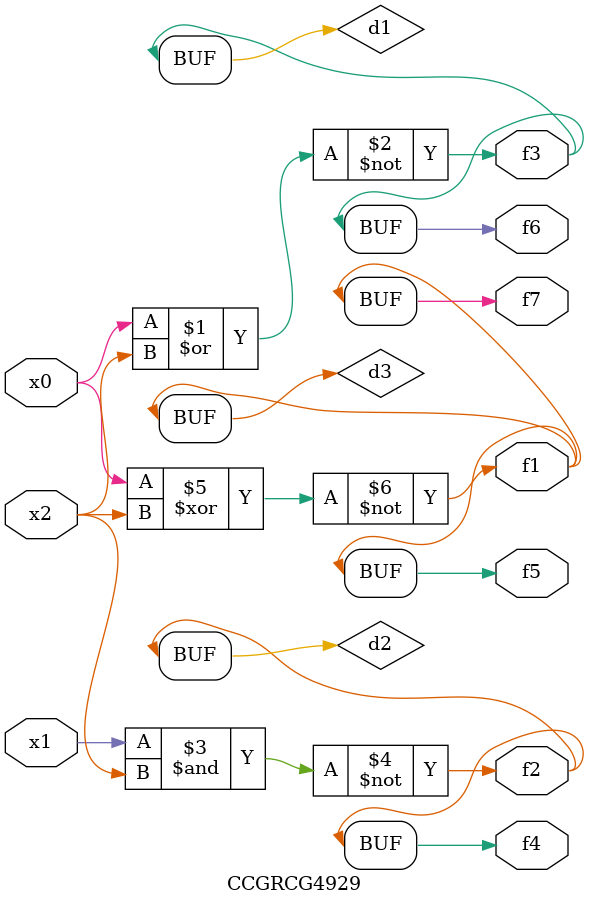
<source format=v>
module CCGRCG4929(
	input x0, x1, x2,
	output f1, f2, f3, f4, f5, f6, f7
);

	wire d1, d2, d3;

	nor (d1, x0, x2);
	nand (d2, x1, x2);
	xnor (d3, x0, x2);
	assign f1 = d3;
	assign f2 = d2;
	assign f3 = d1;
	assign f4 = d2;
	assign f5 = d3;
	assign f6 = d1;
	assign f7 = d3;
endmodule

</source>
